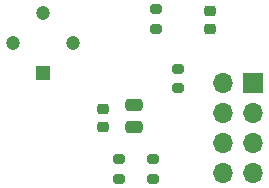
<source format=gbr>
%TF.GenerationSoftware,KiCad,Pcbnew,7.0.2*%
%TF.CreationDate,2023-05-24T09:21:20+02:00*%
%TF.ProjectId,PCB_Ewine,5043425f-4577-4696-9e65-2e6b69636164,rev?*%
%TF.SameCoordinates,Original*%
%TF.FileFunction,Soldermask,Bot*%
%TF.FilePolarity,Negative*%
%FSLAX46Y46*%
G04 Gerber Fmt 4.6, Leading zero omitted, Abs format (unit mm)*
G04 Created by KiCad (PCBNEW 7.0.2) date 2023-05-24 09:21:20*
%MOMM*%
%LPD*%
G01*
G04 APERTURE LIST*
G04 Aperture macros list*
%AMRoundRect*
0 Rectangle with rounded corners*
0 $1 Rounding radius*
0 $2 $3 $4 $5 $6 $7 $8 $9 X,Y pos of 4 corners*
0 Add a 4 corners polygon primitive as box body*
4,1,4,$2,$3,$4,$5,$6,$7,$8,$9,$2,$3,0*
0 Add four circle primitives for the rounded corners*
1,1,$1+$1,$2,$3*
1,1,$1+$1,$4,$5*
1,1,$1+$1,$6,$7*
1,1,$1+$1,$8,$9*
0 Add four rect primitives between the rounded corners*
20,1,$1+$1,$2,$3,$4,$5,0*
20,1,$1+$1,$4,$5,$6,$7,0*
20,1,$1+$1,$6,$7,$8,$9,0*
20,1,$1+$1,$8,$9,$2,$3,0*%
G04 Aperture macros list end*
%ADD10R,1.198000X1.198000*%
%ADD11C,1.198000*%
%ADD12R,1.700000X1.700000*%
%ADD13O,1.700000X1.700000*%
%ADD14RoundRect,0.225000X0.250000X-0.225000X0.250000X0.225000X-0.250000X0.225000X-0.250000X-0.225000X0*%
%ADD15RoundRect,0.200000X0.275000X-0.200000X0.275000X0.200000X-0.275000X0.200000X-0.275000X-0.200000X0*%
%ADD16RoundRect,0.225000X-0.250000X0.225000X-0.250000X-0.225000X0.250000X-0.225000X0.250000X0.225000X0*%
%ADD17RoundRect,0.250000X0.475000X-0.250000X0.475000X0.250000X-0.475000X0.250000X-0.475000X-0.250000X0*%
G04 APERTURE END LIST*
D10*
%TO.C,M1*%
X135000000Y-42680000D03*
D11*
X137540000Y-40140000D03*
X135000000Y-37600000D03*
X132460000Y-40140000D03*
%TD*%
D12*
%TO.C,J1*%
X152700000Y-43480000D03*
D13*
X150160000Y-43480000D03*
X152700000Y-46020000D03*
X150160000Y-46020000D03*
X152700000Y-48560000D03*
X150160000Y-48560000D03*
X152700000Y-51100000D03*
X150160000Y-51100000D03*
%TD*%
D14*
%TO.C,C3*%
X140000000Y-47275000D03*
X140000000Y-45725000D03*
%TD*%
D15*
%TO.C,R8*%
X146400000Y-43950000D03*
X146400000Y-42300000D03*
%TD*%
%TO.C,R1*%
X144500000Y-38925000D03*
X144500000Y-37275000D03*
%TD*%
%TO.C,R3*%
X144300000Y-51625000D03*
X144300000Y-49975000D03*
%TD*%
D16*
%TO.C,C1*%
X149100000Y-37425000D03*
X149100000Y-38975000D03*
%TD*%
D17*
%TO.C,C2*%
X142700000Y-47250000D03*
X142700000Y-45350000D03*
%TD*%
D15*
%TO.C,R4*%
X141400000Y-51625000D03*
X141400000Y-49975000D03*
%TD*%
M02*

</source>
